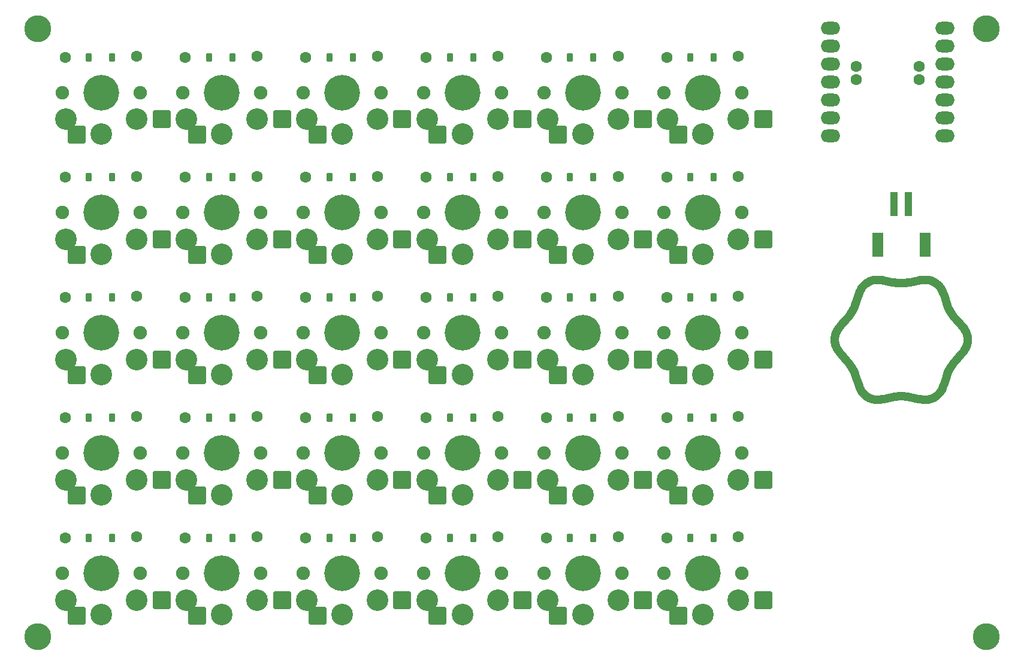
<source format=gbr>
%TF.GenerationSoftware,KiCad,Pcbnew,9.0.7*%
%TF.CreationDate,2026-01-26T14:59:18-06:00*%
%TF.ProjectId,LillyKey,4c696c6c-794b-4657-992e-6b696361645f,rev?*%
%TF.SameCoordinates,Original*%
%TF.FileFunction,Soldermask,Top*%
%TF.FilePolarity,Negative*%
%FSLAX46Y46*%
G04 Gerber Fmt 4.6, Leading zero omitted, Abs format (unit mm)*
G04 Created by KiCad (PCBNEW 9.0.7) date 2026-01-26 14:59:18*
%MOMM*%
%LPD*%
G01*
G04 APERTURE LIST*
G04 Aperture macros list*
%AMRoundRect*
0 Rectangle with rounded corners*
0 $1 Rounding radius*
0 $2 $3 $4 $5 $6 $7 $8 $9 X,Y pos of 4 corners*
0 Add a 4 corners polygon primitive as box body*
4,1,4,$2,$3,$4,$5,$6,$7,$8,$9,$2,$3,0*
0 Add four circle primitives for the rounded corners*
1,1,$1+$1,$2,$3*
1,1,$1+$1,$4,$5*
1,1,$1+$1,$6,$7*
1,1,$1+$1,$8,$9*
0 Add four rect primitives between the rounded corners*
20,1,$1+$1,$2,$3,$4,$5,0*
20,1,$1+$1,$4,$5,$6,$7,0*
20,1,$1+$1,$6,$7,$8,$9,0*
20,1,$1+$1,$8,$9,$2,$3,0*%
G04 Aperture macros list end*
%ADD10C,1.212309*%
%ADD11RoundRect,0.250000X1.025000X1.000000X-1.025000X1.000000X-1.025000X-1.000000X1.025000X-1.000000X0*%
%ADD12C,1.900000*%
%ADD13C,1.600000*%
%ADD14C,3.050000*%
%ADD15C,5.050000*%
%ADD16RoundRect,0.225000X0.225000X0.375000X-0.225000X0.375000X-0.225000X-0.375000X0.225000X-0.375000X0*%
%ADD17R,0.990600X3.505200*%
%ADD18R,1.498600X3.403600*%
%ADD19C,3.800000*%
%ADD20O,2.750000X1.800000*%
G04 APERTURE END LIST*
D10*
X150426659Y-60494419D02*
X150566999Y-60501257D01*
X150707337Y-60514990D01*
X150847761Y-60536157D01*
X150988356Y-60565297D01*
X151129208Y-60602949D01*
X151270405Y-60649652D01*
X151412032Y-60705945D01*
X151554176Y-60772368D01*
X151696922Y-60849460D01*
X151835059Y-60934536D01*
X151963655Y-61024425D01*
X152083220Y-61118931D01*
X152194264Y-61217859D01*
X152297298Y-61321015D01*
X152392831Y-61428204D01*
X152481374Y-61539231D01*
X152563437Y-61653901D01*
X152639529Y-61772019D01*
X152710161Y-61893391D01*
X152775843Y-62017821D01*
X152837085Y-62145116D01*
X152948288Y-62407517D01*
X153047853Y-62679036D01*
X153411326Y-63825113D01*
X153513901Y-64118840D01*
X153629320Y-64412333D01*
X153761664Y-64704033D01*
X153835458Y-64848724D01*
X153915012Y-64992382D01*
X153999647Y-65133108D01*
X154088056Y-65269360D01*
X154274504Y-65529823D01*
X154470967Y-65776525D01*
X154674054Y-66012222D01*
X155484850Y-66900038D01*
X155670210Y-67122022D01*
X155841854Y-67349528D01*
X155921474Y-67466212D01*
X155996393Y-67585310D01*
X156066188Y-67707165D01*
X156130435Y-67832122D01*
X156188711Y-67960525D01*
X156240592Y-68092719D01*
X156285653Y-68229048D01*
X156323472Y-68369856D01*
X156353625Y-68515487D01*
X156375687Y-68666286D01*
X156389235Y-68822598D01*
X156393845Y-68984766D01*
X156389235Y-69146934D01*
X156375687Y-69303246D01*
X156353625Y-69454045D01*
X156323472Y-69599676D01*
X156285653Y-69740484D01*
X156240592Y-69876813D01*
X156188711Y-70009007D01*
X156130435Y-70137410D01*
X156066188Y-70262367D01*
X155996393Y-70384222D01*
X155921474Y-70503320D01*
X155841854Y-70620004D01*
X155670210Y-70847510D01*
X155484850Y-71069494D01*
X154674054Y-71957310D01*
X154470967Y-72193007D01*
X154274504Y-72439709D01*
X154088056Y-72700172D01*
X153999647Y-72836424D01*
X153915012Y-72977150D01*
X153761664Y-73265499D01*
X153629321Y-73557199D01*
X153513902Y-73850692D01*
X153411327Y-74144420D01*
X153047853Y-75290498D01*
X152948289Y-75562016D01*
X152837085Y-75824417D01*
X152710161Y-76076142D01*
X152563437Y-76315632D01*
X152481374Y-76430302D01*
X152392831Y-76541329D01*
X152297298Y-76648518D01*
X152194264Y-76751674D01*
X152083220Y-76850602D01*
X151963655Y-76945108D01*
X151835059Y-77034997D01*
X151696922Y-77120073D01*
X151554176Y-77197165D01*
X151412032Y-77263588D01*
X151270405Y-77319881D01*
X151129208Y-77366584D01*
X150988356Y-77404236D01*
X150847761Y-77433376D01*
X150707337Y-77454543D01*
X150566999Y-77468276D01*
X150426659Y-77475115D01*
X150286232Y-77475598D01*
X150004770Y-77459655D01*
X149721922Y-77424759D01*
X149436998Y-77375225D01*
X148262729Y-77116964D01*
X147957066Y-77058933D01*
X147645184Y-77012142D01*
X147326392Y-76980905D01*
X147000000Y-76969534D01*
X146673609Y-76980905D01*
X146354818Y-77012142D01*
X146042936Y-77058933D01*
X145737274Y-77116964D01*
X144563005Y-77375226D01*
X144278081Y-77424760D01*
X143995233Y-77459655D01*
X143713770Y-77475599D01*
X143573343Y-77475115D01*
X143433004Y-77468277D01*
X143292665Y-77454543D01*
X143152242Y-77433376D01*
X143011647Y-77404236D01*
X142870794Y-77366584D01*
X142729597Y-77319881D01*
X142587970Y-77263588D01*
X142445826Y-77197165D01*
X142303080Y-77120073D01*
X142164943Y-77034997D01*
X142036348Y-76945108D01*
X141916783Y-76850602D01*
X141805738Y-76751674D01*
X141702704Y-76648518D01*
X141607171Y-76541329D01*
X141518628Y-76430302D01*
X141436566Y-76315632D01*
X141360473Y-76197514D01*
X141289841Y-76076142D01*
X141224159Y-75951711D01*
X141162917Y-75824417D01*
X141051714Y-75562016D01*
X140952150Y-75290497D01*
X140588676Y-74144419D01*
X140486101Y-73850692D01*
X140370682Y-73557199D01*
X140238338Y-73265499D01*
X140164545Y-73120808D01*
X140084990Y-72977150D01*
X140000355Y-72836424D01*
X139911946Y-72700172D01*
X139725498Y-72439709D01*
X139529035Y-72193007D01*
X139325947Y-71957310D01*
X138515151Y-71069494D01*
X138329791Y-70847510D01*
X138158147Y-70620004D01*
X138078528Y-70503320D01*
X138003609Y-70384222D01*
X137933814Y-70262367D01*
X137869567Y-70137410D01*
X137811291Y-70009007D01*
X137759410Y-69876813D01*
X137714349Y-69740484D01*
X137676530Y-69599676D01*
X137646378Y-69454045D01*
X137624316Y-69303246D01*
X137610768Y-69146934D01*
X137606157Y-68984766D01*
X137610768Y-68822598D01*
X137624316Y-68666286D01*
X137646378Y-68515487D01*
X137676530Y-68369856D01*
X137714349Y-68229048D01*
X137759410Y-68092719D01*
X137811291Y-67960525D01*
X137869567Y-67832122D01*
X137933814Y-67707165D01*
X138003609Y-67585310D01*
X138078528Y-67466212D01*
X138158147Y-67349528D01*
X138329791Y-67122022D01*
X138515151Y-66900038D01*
X139325947Y-66012222D01*
X139529035Y-65776525D01*
X139725498Y-65529823D01*
X139911946Y-65269360D01*
X140000355Y-65133108D01*
X140084990Y-64992382D01*
X140238338Y-64704033D01*
X140370682Y-64412333D01*
X140486101Y-64118840D01*
X140588676Y-63825113D01*
X140952150Y-62679035D01*
X141051714Y-62407516D01*
X141162917Y-62145115D01*
X141289841Y-61893390D01*
X141436566Y-61653900D01*
X141518628Y-61539230D01*
X141607171Y-61428204D01*
X141702704Y-61321015D01*
X141805738Y-61217859D01*
X141916783Y-61118930D01*
X142036348Y-61024425D01*
X142164943Y-60934536D01*
X142303080Y-60849460D01*
X142445826Y-60772368D01*
X142587970Y-60705945D01*
X142729597Y-60649652D01*
X142870794Y-60602949D01*
X143011647Y-60565297D01*
X143152242Y-60536157D01*
X143292665Y-60514990D01*
X143433004Y-60501257D01*
X143573343Y-60494419D01*
X143713770Y-60493935D01*
X143995233Y-60509879D01*
X144278081Y-60544774D01*
X144563005Y-60594308D01*
X145737274Y-60852570D01*
X146042936Y-60910601D01*
X146354818Y-60957392D01*
X146673609Y-60988629D01*
X147000000Y-61000000D01*
X147326392Y-60988629D01*
X147645184Y-60957392D01*
X147957066Y-60910601D01*
X148262729Y-60852570D01*
X149436998Y-60594308D01*
X149721922Y-60544774D01*
X150004770Y-60509879D01*
X150286232Y-60493935D01*
X150426659Y-60494419D01*
D11*
%TO.C,SW10*%
X81500000Y-57000000D03*
D12*
X79500000Y-51000000D03*
D13*
X79850000Y-46000000D03*
D14*
X80000000Y-54800000D03*
D15*
X85000000Y-51000000D03*
D14*
X85000000Y-56900000D03*
D13*
X90000000Y-45850000D03*
D14*
X90000000Y-54800000D03*
D12*
X90500000Y-51000000D03*
D11*
X93500000Y-54800000D03*
%TD*%
%TO.C,SW30*%
X115500000Y-108000000D03*
D12*
X113500000Y-102000000D03*
D13*
X113850000Y-97000000D03*
D14*
X114000000Y-105800000D03*
D15*
X119000000Y-102000000D03*
D14*
X119000000Y-107900000D03*
D13*
X124000000Y-96850000D03*
D14*
X124000000Y-105800000D03*
D12*
X124500000Y-102000000D03*
D11*
X127500000Y-105800000D03*
%TD*%
%TO.C,SW29*%
X98500000Y-108000000D03*
D12*
X96500000Y-102000000D03*
D13*
X96850000Y-97000000D03*
D14*
X97000000Y-105800000D03*
D15*
X102000000Y-102000000D03*
D14*
X102000000Y-107900000D03*
D13*
X107000000Y-96850000D03*
D14*
X107000000Y-105800000D03*
D12*
X107500000Y-102000000D03*
D11*
X110500000Y-105800000D03*
%TD*%
%TO.C,SW28*%
X81500000Y-108000000D03*
D12*
X79500000Y-102000000D03*
D13*
X79850000Y-97000000D03*
D14*
X80000000Y-105800000D03*
D15*
X85000000Y-102000000D03*
D14*
X85000000Y-107900000D03*
D13*
X90000000Y-96850000D03*
D14*
X90000000Y-105800000D03*
D12*
X90500000Y-102000000D03*
D11*
X93500000Y-105800000D03*
%TD*%
%TO.C,SW27*%
X64500000Y-108000000D03*
D12*
X62500000Y-102000000D03*
D13*
X62850000Y-97000000D03*
D14*
X63000000Y-105800000D03*
D15*
X68000000Y-102000000D03*
D14*
X68000000Y-107900000D03*
D13*
X73000000Y-96850000D03*
D14*
X73000000Y-105800000D03*
D12*
X73500000Y-102000000D03*
D11*
X76500000Y-105800000D03*
%TD*%
%TO.C,SW26*%
X47500000Y-108000000D03*
D12*
X45500000Y-102000000D03*
D13*
X45850000Y-97000000D03*
D14*
X46000000Y-105800000D03*
D15*
X51000000Y-102000000D03*
D14*
X51000000Y-107900000D03*
D13*
X56000000Y-96850000D03*
D14*
X56000000Y-105800000D03*
D12*
X56500000Y-102000000D03*
D11*
X59500000Y-105800000D03*
%TD*%
%TO.C,SW25*%
X30500000Y-108000000D03*
D12*
X28500000Y-102000000D03*
D13*
X28850000Y-97000000D03*
D14*
X29000000Y-105800000D03*
D15*
X34000000Y-102000000D03*
D14*
X34000000Y-107900000D03*
D13*
X39000000Y-96850000D03*
D14*
X39000000Y-105800000D03*
D12*
X39500000Y-102000000D03*
D11*
X42500000Y-105800000D03*
%TD*%
%TO.C,SW24*%
X115500000Y-91000000D03*
D12*
X113500000Y-85000000D03*
D13*
X113850000Y-80000000D03*
D14*
X114000000Y-88800000D03*
D15*
X119000000Y-85000000D03*
D14*
X119000000Y-90900000D03*
D13*
X124000000Y-79850000D03*
D14*
X124000000Y-88800000D03*
D12*
X124500000Y-85000000D03*
D11*
X127500000Y-88800000D03*
%TD*%
%TO.C,SW23*%
X98500000Y-91000000D03*
D12*
X96500000Y-85000000D03*
D13*
X96850000Y-80000000D03*
D14*
X97000000Y-88800000D03*
D15*
X102000000Y-85000000D03*
D14*
X102000000Y-90900000D03*
D13*
X107000000Y-79850000D03*
D14*
X107000000Y-88800000D03*
D12*
X107500000Y-85000000D03*
D11*
X110500000Y-88800000D03*
%TD*%
%TO.C,SW22*%
X81500000Y-91000000D03*
D12*
X79500000Y-85000000D03*
D13*
X79850000Y-80000000D03*
D14*
X80000000Y-88800000D03*
D15*
X85000000Y-85000000D03*
D14*
X85000000Y-90900000D03*
D13*
X90000000Y-79850000D03*
D14*
X90000000Y-88800000D03*
D12*
X90500000Y-85000000D03*
D11*
X93500000Y-88800000D03*
%TD*%
%TO.C,SW21*%
X64500000Y-91000000D03*
D12*
X62500000Y-85000000D03*
D13*
X62850000Y-80000000D03*
D14*
X63000000Y-88800000D03*
D15*
X68000000Y-85000000D03*
D14*
X68000000Y-90900000D03*
D13*
X73000000Y-79850000D03*
D14*
X73000000Y-88800000D03*
D12*
X73500000Y-85000000D03*
D11*
X76500000Y-88800000D03*
%TD*%
%TO.C,SW20*%
X47500000Y-91000000D03*
D12*
X45500000Y-85000000D03*
D13*
X45850000Y-80000000D03*
D14*
X46000000Y-88800000D03*
D15*
X51000000Y-85000000D03*
D14*
X51000000Y-90900000D03*
D13*
X56000000Y-79850000D03*
D14*
X56000000Y-88800000D03*
D12*
X56500000Y-85000000D03*
D11*
X59500000Y-88800000D03*
%TD*%
%TO.C,SW19*%
X30500000Y-91000000D03*
D12*
X28500000Y-85000000D03*
D13*
X28850000Y-80000000D03*
D14*
X29000000Y-88800000D03*
D15*
X34000000Y-85000000D03*
D14*
X34000000Y-90900000D03*
D13*
X39000000Y-79850000D03*
D14*
X39000000Y-88800000D03*
D12*
X39500000Y-85000000D03*
D11*
X42500000Y-88800000D03*
%TD*%
%TO.C,SW18*%
X115500000Y-74000000D03*
D12*
X113500000Y-68000000D03*
D13*
X113850000Y-63000000D03*
D14*
X114000000Y-71800000D03*
D15*
X119000000Y-68000000D03*
D14*
X119000000Y-73900000D03*
D13*
X124000000Y-62850000D03*
D14*
X124000000Y-71800000D03*
D12*
X124500000Y-68000000D03*
D11*
X127500000Y-71800000D03*
%TD*%
%TO.C,SW17*%
X98500000Y-74000000D03*
D12*
X96500000Y-68000000D03*
D13*
X96850000Y-63000000D03*
D14*
X97000000Y-71800000D03*
D15*
X102000000Y-68000000D03*
D14*
X102000000Y-73900000D03*
D13*
X107000000Y-62850000D03*
D14*
X107000000Y-71800000D03*
D12*
X107500000Y-68000000D03*
D11*
X110500000Y-71800000D03*
%TD*%
%TO.C,SW16*%
X81500000Y-74000000D03*
D12*
X79500000Y-68000000D03*
D13*
X79850000Y-63000000D03*
D14*
X80000000Y-71800000D03*
D15*
X85000000Y-68000000D03*
D14*
X85000000Y-73900000D03*
D13*
X90000000Y-62850000D03*
D14*
X90000000Y-71800000D03*
D12*
X90500000Y-68000000D03*
D11*
X93500000Y-71800000D03*
%TD*%
%TO.C,SW15*%
X64500000Y-74000000D03*
D12*
X62500000Y-68000000D03*
D13*
X62850000Y-63000000D03*
D14*
X63000000Y-71800000D03*
D15*
X68000000Y-68000000D03*
D14*
X68000000Y-73900000D03*
D13*
X73000000Y-62850000D03*
D14*
X73000000Y-71800000D03*
D12*
X73500000Y-68000000D03*
D11*
X76500000Y-71800000D03*
%TD*%
%TO.C,SW14*%
X47500000Y-74000000D03*
D12*
X45500000Y-68000000D03*
D13*
X45850000Y-63000000D03*
D14*
X46000000Y-71800000D03*
D15*
X51000000Y-68000000D03*
D14*
X51000000Y-73900000D03*
D13*
X56000000Y-62850000D03*
D14*
X56000000Y-71800000D03*
D12*
X56500000Y-68000000D03*
D11*
X59500000Y-71800000D03*
%TD*%
%TO.C,SW13*%
X30500000Y-74000000D03*
D12*
X28500000Y-68000000D03*
D13*
X28850000Y-63000000D03*
D14*
X29000000Y-71800000D03*
D15*
X34000000Y-68000000D03*
D14*
X34000000Y-73900000D03*
D13*
X39000000Y-62850000D03*
D14*
X39000000Y-71800000D03*
D12*
X39500000Y-68000000D03*
D11*
X42500000Y-71800000D03*
%TD*%
%TO.C,SW12*%
X115500000Y-57000000D03*
D12*
X113500000Y-51000000D03*
D13*
X113850000Y-46000000D03*
D14*
X114000000Y-54800000D03*
D15*
X119000000Y-51000000D03*
D14*
X119000000Y-56900000D03*
D13*
X124000000Y-45850000D03*
D14*
X124000000Y-54800000D03*
D12*
X124500000Y-51000000D03*
D11*
X127500000Y-54800000D03*
%TD*%
%TO.C,SW11*%
X98500000Y-57000000D03*
D12*
X96500000Y-51000000D03*
D13*
X96850000Y-46000000D03*
D14*
X97000000Y-54800000D03*
D15*
X102000000Y-51000000D03*
D14*
X102000000Y-56900000D03*
D13*
X107000000Y-45850000D03*
D14*
X107000000Y-54800000D03*
D12*
X107500000Y-51000000D03*
D11*
X110500000Y-54800000D03*
%TD*%
%TO.C,SW9*%
X64500000Y-57000000D03*
D12*
X62500000Y-51000000D03*
D13*
X62850000Y-46000000D03*
D14*
X63000000Y-54800000D03*
D15*
X68000000Y-51000000D03*
D14*
X68000000Y-56900000D03*
D13*
X73000000Y-45850000D03*
D14*
X73000000Y-54800000D03*
D12*
X73500000Y-51000000D03*
D11*
X76500000Y-54800000D03*
%TD*%
%TO.C,SW8*%
X47500000Y-57000000D03*
D12*
X45500000Y-51000000D03*
D13*
X45850000Y-46000000D03*
D14*
X46000000Y-54800000D03*
D15*
X51000000Y-51000000D03*
D14*
X51000000Y-56900000D03*
D13*
X56000000Y-45850000D03*
D14*
X56000000Y-54800000D03*
D12*
X56500000Y-51000000D03*
D11*
X59500000Y-54800000D03*
%TD*%
%TO.C,SW7*%
X30500000Y-57000000D03*
D12*
X28500000Y-51000000D03*
D13*
X28850000Y-46000000D03*
D14*
X29000000Y-54800000D03*
D15*
X34000000Y-51000000D03*
D14*
X34000000Y-56900000D03*
D13*
X39000000Y-45850000D03*
D14*
X39000000Y-54800000D03*
D12*
X39500000Y-51000000D03*
D11*
X42500000Y-54800000D03*
%TD*%
%TO.C,SW6*%
X115500000Y-40000000D03*
D12*
X113500000Y-34000000D03*
D13*
X113850000Y-29000000D03*
D14*
X114000000Y-37800000D03*
D15*
X119000000Y-34000000D03*
D14*
X119000000Y-39900000D03*
D13*
X124000000Y-28850000D03*
D14*
X124000000Y-37800000D03*
D12*
X124500000Y-34000000D03*
D11*
X127500000Y-37800000D03*
%TD*%
%TO.C,SW5*%
X98500000Y-40000000D03*
D12*
X96500000Y-34000000D03*
D13*
X96850000Y-29000000D03*
D14*
X97000000Y-37800000D03*
D15*
X102000000Y-34000000D03*
D14*
X102000000Y-39900000D03*
D13*
X107000000Y-28850000D03*
D14*
X107000000Y-37800000D03*
D12*
X107500000Y-34000000D03*
D11*
X110500000Y-37800000D03*
%TD*%
%TO.C,SW4*%
X81500000Y-40000000D03*
D12*
X79500000Y-34000000D03*
D13*
X79850000Y-29000000D03*
D14*
X80000000Y-37800000D03*
D15*
X85000000Y-34000000D03*
D14*
X85000000Y-39900000D03*
D13*
X90000000Y-28850000D03*
D14*
X90000000Y-37800000D03*
D12*
X90500000Y-34000000D03*
D11*
X93500000Y-37800000D03*
%TD*%
%TO.C,SW3*%
X64500000Y-40000000D03*
D12*
X62500000Y-34000000D03*
D13*
X62850000Y-29000000D03*
D14*
X63000000Y-37800000D03*
D15*
X68000000Y-34000000D03*
D14*
X68000000Y-39900000D03*
D13*
X73000000Y-28850000D03*
D14*
X73000000Y-37800000D03*
D12*
X73500000Y-34000000D03*
D11*
X76500000Y-37800000D03*
%TD*%
%TO.C,SW2*%
X47500000Y-40000000D03*
D12*
X45500000Y-34000000D03*
D13*
X45850000Y-29000000D03*
D14*
X46000000Y-37800000D03*
D15*
X51000000Y-34000000D03*
D14*
X51000000Y-39900000D03*
D13*
X56000000Y-28850000D03*
D14*
X56000000Y-37800000D03*
D12*
X56500000Y-34000000D03*
D11*
X59500000Y-37800000D03*
%TD*%
%TO.C,SW1*%
X30500000Y-40000000D03*
D12*
X28500000Y-34000000D03*
D13*
X28850000Y-29000000D03*
D14*
X29000000Y-37800000D03*
D15*
X34000000Y-34000000D03*
D14*
X34000000Y-39900000D03*
D13*
X39000000Y-28850000D03*
D14*
X39000000Y-37800000D03*
D12*
X39500000Y-34000000D03*
D11*
X42500000Y-37800000D03*
%TD*%
D16*
%TO.C,D2*%
X49200000Y-29000000D03*
X52500000Y-29000000D03*
%TD*%
D17*
%TO.C,J1*%
X145999999Y-49809999D03*
D18*
X143649999Y-55560000D03*
D17*
X148000001Y-49809999D03*
D18*
X150350001Y-55560000D03*
%TD*%
D16*
%TO.C,D30*%
X120500000Y-97000000D03*
X117200000Y-97000000D03*
%TD*%
%TO.C,D29*%
X103500000Y-97000000D03*
X100200000Y-97000000D03*
%TD*%
%TO.C,D28*%
X86500000Y-97000000D03*
X83200000Y-97000000D03*
%TD*%
%TO.C,D27*%
X69500000Y-97000000D03*
X66200000Y-97000000D03*
%TD*%
%TO.C,D26*%
X52500000Y-97000000D03*
X49200000Y-97000000D03*
%TD*%
%TO.C,D25*%
X35500000Y-97000000D03*
X32200000Y-97000000D03*
%TD*%
%TO.C,D24*%
X120500000Y-80000000D03*
X117200000Y-80000000D03*
%TD*%
%TO.C,D23*%
X103500000Y-80000000D03*
X100200000Y-80000000D03*
%TD*%
%TO.C,D22*%
X86500000Y-80000000D03*
X83200000Y-80000000D03*
%TD*%
%TO.C,D21*%
X69500000Y-80000000D03*
X66200000Y-80000000D03*
%TD*%
%TO.C,D20*%
X52500000Y-80000000D03*
X49200000Y-80000000D03*
%TD*%
%TO.C,D19*%
X35500000Y-80000000D03*
X32200000Y-80000000D03*
%TD*%
%TO.C,D18*%
X120500000Y-63000000D03*
X117200000Y-63000000D03*
%TD*%
%TO.C,D17*%
X103500000Y-63000000D03*
X100200000Y-63000000D03*
%TD*%
%TO.C,D16*%
X86500000Y-63000000D03*
X83200000Y-63000000D03*
%TD*%
%TO.C,D15*%
X69500000Y-63000000D03*
X66200000Y-63000000D03*
%TD*%
%TO.C,D14*%
X52500000Y-63000000D03*
X49200000Y-63000000D03*
%TD*%
%TO.C,D13*%
X35500000Y-63000000D03*
X32200000Y-63000000D03*
%TD*%
%TO.C,D12*%
X120500000Y-46000000D03*
X117200000Y-46000000D03*
%TD*%
%TO.C,D11*%
X103500000Y-46000000D03*
X100200000Y-46000000D03*
%TD*%
%TO.C,D10*%
X86500000Y-46000000D03*
X83200000Y-46000000D03*
%TD*%
%TO.C,D9*%
X69500000Y-46000000D03*
X66200000Y-46000000D03*
%TD*%
%TO.C,D8*%
X52500000Y-46000000D03*
X49200000Y-46000000D03*
%TD*%
%TO.C,D7*%
X35500000Y-46000000D03*
X32200000Y-46000000D03*
%TD*%
%TO.C,D6*%
X120500000Y-29000000D03*
X117200000Y-29000000D03*
%TD*%
%TO.C,D5*%
X103500000Y-29000000D03*
X100200000Y-29000000D03*
%TD*%
%TO.C,D4*%
X86500000Y-29000000D03*
X83200000Y-29000000D03*
%TD*%
%TO.C,D3*%
X69500000Y-29000000D03*
X66200000Y-29000000D03*
%TD*%
%TO.C,D1*%
X35500000Y-29000000D03*
X32200000Y-29000000D03*
%TD*%
D19*
%TO.C,REF\u002A\u002A*%
X25000000Y-111000000D03*
%TD*%
%TO.C,REF\u002A\u002A*%
X159000000Y-111000000D03*
%TD*%
%TO.C,REF\u002A\u002A*%
X159000000Y-25000000D03*
%TD*%
%TO.C,REF\u002A\u002A*%
X25000000Y-25000000D03*
%TD*%
D20*
%TO.C,U2*%
X153204960Y-40120000D03*
X153204960Y-37580000D03*
X153204960Y-35040000D03*
X153204960Y-32500000D03*
X153204960Y-29960000D03*
X153204960Y-27420000D03*
X153204960Y-24880000D03*
D13*
X149555000Y-32183000D03*
X149555000Y-30278000D03*
D20*
X137015040Y-24880000D03*
X137015040Y-27420000D03*
X137015040Y-29960000D03*
X137015040Y-32500000D03*
X137015040Y-35040000D03*
X137015040Y-37580000D03*
X137015040Y-40120000D03*
D13*
X140665000Y-32183000D03*
X140665000Y-30278000D03*
%TD*%
M02*

</source>
